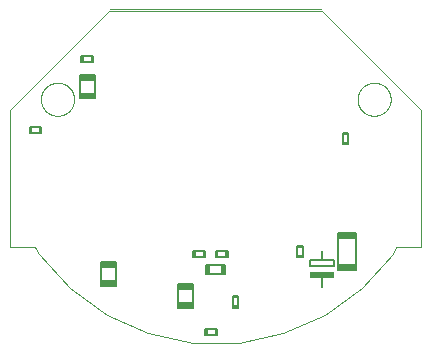
<source format=gto>
G75*
%MOIN*%
%OFA0B0*%
%FSLAX25Y25*%
%IPPOS*%
%LPD*%
%AMOC8*
5,1,8,0,0,1.08239X$1,22.5*
%
%ADD10C,0.00000*%
%ADD11C,0.00500*%
%ADD12R,0.01004X0.02067*%
%ADD13R,0.04921X0.01890*%
%ADD14R,0.01496X0.03150*%
%ADD15R,0.00984X0.01969*%
%ADD16R,0.01969X0.00984*%
%ADD17C,0.00600*%
%ADD18R,0.08000X0.02000*%
%ADD19R,0.06102X0.01969*%
D10*
X0037313Y0095543D02*
X0051223Y0089350D01*
X0066117Y0086184D01*
X0081344Y0086184D01*
X0096237Y0089350D01*
X0110148Y0095543D01*
X0122466Y0104493D01*
X0132655Y0115809D01*
X0133959Y0118069D01*
X0142234Y0118069D01*
X0142234Y0163738D01*
X0109163Y0196809D01*
X0038297Y0196809D01*
X0005226Y0163738D01*
X0005226Y0118069D01*
X0013501Y0118069D01*
X0014806Y0115809D01*
X0024994Y0104493D01*
X0037313Y0095543D01*
X0015462Y0167301D02*
X0015464Y0167449D01*
X0015470Y0167597D01*
X0015480Y0167745D01*
X0015494Y0167892D01*
X0015512Y0168039D01*
X0015533Y0168185D01*
X0015559Y0168331D01*
X0015589Y0168476D01*
X0015622Y0168620D01*
X0015660Y0168763D01*
X0015701Y0168905D01*
X0015746Y0169046D01*
X0015794Y0169186D01*
X0015847Y0169325D01*
X0015903Y0169462D01*
X0015963Y0169597D01*
X0016026Y0169731D01*
X0016093Y0169863D01*
X0016164Y0169993D01*
X0016238Y0170121D01*
X0016315Y0170247D01*
X0016396Y0170371D01*
X0016480Y0170493D01*
X0016567Y0170612D01*
X0016658Y0170729D01*
X0016752Y0170844D01*
X0016848Y0170956D01*
X0016948Y0171066D01*
X0017050Y0171172D01*
X0017156Y0171276D01*
X0017264Y0171377D01*
X0017375Y0171475D01*
X0017488Y0171571D01*
X0017604Y0171663D01*
X0017722Y0171752D01*
X0017843Y0171837D01*
X0017966Y0171920D01*
X0018091Y0171999D01*
X0018218Y0172075D01*
X0018347Y0172147D01*
X0018478Y0172216D01*
X0018611Y0172281D01*
X0018746Y0172342D01*
X0018882Y0172400D01*
X0019019Y0172455D01*
X0019158Y0172505D01*
X0019299Y0172552D01*
X0019440Y0172595D01*
X0019583Y0172635D01*
X0019727Y0172670D01*
X0019871Y0172702D01*
X0020017Y0172729D01*
X0020163Y0172753D01*
X0020310Y0172773D01*
X0020457Y0172789D01*
X0020604Y0172801D01*
X0020752Y0172809D01*
X0020900Y0172813D01*
X0021048Y0172813D01*
X0021196Y0172809D01*
X0021344Y0172801D01*
X0021491Y0172789D01*
X0021638Y0172773D01*
X0021785Y0172753D01*
X0021931Y0172729D01*
X0022077Y0172702D01*
X0022221Y0172670D01*
X0022365Y0172635D01*
X0022508Y0172595D01*
X0022649Y0172552D01*
X0022790Y0172505D01*
X0022929Y0172455D01*
X0023066Y0172400D01*
X0023202Y0172342D01*
X0023337Y0172281D01*
X0023470Y0172216D01*
X0023601Y0172147D01*
X0023730Y0172075D01*
X0023857Y0171999D01*
X0023982Y0171920D01*
X0024105Y0171837D01*
X0024226Y0171752D01*
X0024344Y0171663D01*
X0024460Y0171571D01*
X0024573Y0171475D01*
X0024684Y0171377D01*
X0024792Y0171276D01*
X0024898Y0171172D01*
X0025000Y0171066D01*
X0025100Y0170956D01*
X0025196Y0170844D01*
X0025290Y0170729D01*
X0025381Y0170612D01*
X0025468Y0170493D01*
X0025552Y0170371D01*
X0025633Y0170247D01*
X0025710Y0170121D01*
X0025784Y0169993D01*
X0025855Y0169863D01*
X0025922Y0169731D01*
X0025985Y0169597D01*
X0026045Y0169462D01*
X0026101Y0169325D01*
X0026154Y0169186D01*
X0026202Y0169046D01*
X0026247Y0168905D01*
X0026288Y0168763D01*
X0026326Y0168620D01*
X0026359Y0168476D01*
X0026389Y0168331D01*
X0026415Y0168185D01*
X0026436Y0168039D01*
X0026454Y0167892D01*
X0026468Y0167745D01*
X0026478Y0167597D01*
X0026484Y0167449D01*
X0026486Y0167301D01*
X0026484Y0167153D01*
X0026478Y0167005D01*
X0026468Y0166857D01*
X0026454Y0166710D01*
X0026436Y0166563D01*
X0026415Y0166417D01*
X0026389Y0166271D01*
X0026359Y0166126D01*
X0026326Y0165982D01*
X0026288Y0165839D01*
X0026247Y0165697D01*
X0026202Y0165556D01*
X0026154Y0165416D01*
X0026101Y0165277D01*
X0026045Y0165140D01*
X0025985Y0165005D01*
X0025922Y0164871D01*
X0025855Y0164739D01*
X0025784Y0164609D01*
X0025710Y0164481D01*
X0025633Y0164355D01*
X0025552Y0164231D01*
X0025468Y0164109D01*
X0025381Y0163990D01*
X0025290Y0163873D01*
X0025196Y0163758D01*
X0025100Y0163646D01*
X0025000Y0163536D01*
X0024898Y0163430D01*
X0024792Y0163326D01*
X0024684Y0163225D01*
X0024573Y0163127D01*
X0024460Y0163031D01*
X0024344Y0162939D01*
X0024226Y0162850D01*
X0024105Y0162765D01*
X0023982Y0162682D01*
X0023857Y0162603D01*
X0023730Y0162527D01*
X0023601Y0162455D01*
X0023470Y0162386D01*
X0023337Y0162321D01*
X0023202Y0162260D01*
X0023066Y0162202D01*
X0022929Y0162147D01*
X0022790Y0162097D01*
X0022649Y0162050D01*
X0022508Y0162007D01*
X0022365Y0161967D01*
X0022221Y0161932D01*
X0022077Y0161900D01*
X0021931Y0161873D01*
X0021785Y0161849D01*
X0021638Y0161829D01*
X0021491Y0161813D01*
X0021344Y0161801D01*
X0021196Y0161793D01*
X0021048Y0161789D01*
X0020900Y0161789D01*
X0020752Y0161793D01*
X0020604Y0161801D01*
X0020457Y0161813D01*
X0020310Y0161829D01*
X0020163Y0161849D01*
X0020017Y0161873D01*
X0019871Y0161900D01*
X0019727Y0161932D01*
X0019583Y0161967D01*
X0019440Y0162007D01*
X0019299Y0162050D01*
X0019158Y0162097D01*
X0019019Y0162147D01*
X0018882Y0162202D01*
X0018746Y0162260D01*
X0018611Y0162321D01*
X0018478Y0162386D01*
X0018347Y0162455D01*
X0018218Y0162527D01*
X0018091Y0162603D01*
X0017966Y0162682D01*
X0017843Y0162765D01*
X0017722Y0162850D01*
X0017604Y0162939D01*
X0017488Y0163031D01*
X0017375Y0163127D01*
X0017264Y0163225D01*
X0017156Y0163326D01*
X0017050Y0163430D01*
X0016948Y0163536D01*
X0016848Y0163646D01*
X0016752Y0163758D01*
X0016658Y0163873D01*
X0016567Y0163990D01*
X0016480Y0164109D01*
X0016396Y0164231D01*
X0016315Y0164355D01*
X0016238Y0164481D01*
X0016164Y0164609D01*
X0016093Y0164739D01*
X0016026Y0164871D01*
X0015963Y0165005D01*
X0015903Y0165140D01*
X0015847Y0165277D01*
X0015794Y0165416D01*
X0015746Y0165556D01*
X0015701Y0165697D01*
X0015660Y0165839D01*
X0015622Y0165982D01*
X0015589Y0166126D01*
X0015559Y0166271D01*
X0015533Y0166417D01*
X0015512Y0166563D01*
X0015494Y0166710D01*
X0015480Y0166857D01*
X0015470Y0167005D01*
X0015464Y0167153D01*
X0015462Y0167301D01*
X0038612Y0197518D02*
X0108691Y0197518D01*
X0120994Y0167301D02*
X0120996Y0167449D01*
X0121002Y0167597D01*
X0121012Y0167745D01*
X0121026Y0167892D01*
X0121044Y0168039D01*
X0121065Y0168185D01*
X0121091Y0168331D01*
X0121121Y0168476D01*
X0121154Y0168620D01*
X0121192Y0168763D01*
X0121233Y0168905D01*
X0121278Y0169046D01*
X0121326Y0169186D01*
X0121379Y0169325D01*
X0121435Y0169462D01*
X0121495Y0169597D01*
X0121558Y0169731D01*
X0121625Y0169863D01*
X0121696Y0169993D01*
X0121770Y0170121D01*
X0121847Y0170247D01*
X0121928Y0170371D01*
X0122012Y0170493D01*
X0122099Y0170612D01*
X0122190Y0170729D01*
X0122284Y0170844D01*
X0122380Y0170956D01*
X0122480Y0171066D01*
X0122582Y0171172D01*
X0122688Y0171276D01*
X0122796Y0171377D01*
X0122907Y0171475D01*
X0123020Y0171571D01*
X0123136Y0171663D01*
X0123254Y0171752D01*
X0123375Y0171837D01*
X0123498Y0171920D01*
X0123623Y0171999D01*
X0123750Y0172075D01*
X0123879Y0172147D01*
X0124010Y0172216D01*
X0124143Y0172281D01*
X0124278Y0172342D01*
X0124414Y0172400D01*
X0124551Y0172455D01*
X0124690Y0172505D01*
X0124831Y0172552D01*
X0124972Y0172595D01*
X0125115Y0172635D01*
X0125259Y0172670D01*
X0125403Y0172702D01*
X0125549Y0172729D01*
X0125695Y0172753D01*
X0125842Y0172773D01*
X0125989Y0172789D01*
X0126136Y0172801D01*
X0126284Y0172809D01*
X0126432Y0172813D01*
X0126580Y0172813D01*
X0126728Y0172809D01*
X0126876Y0172801D01*
X0127023Y0172789D01*
X0127170Y0172773D01*
X0127317Y0172753D01*
X0127463Y0172729D01*
X0127609Y0172702D01*
X0127753Y0172670D01*
X0127897Y0172635D01*
X0128040Y0172595D01*
X0128181Y0172552D01*
X0128322Y0172505D01*
X0128461Y0172455D01*
X0128598Y0172400D01*
X0128734Y0172342D01*
X0128869Y0172281D01*
X0129002Y0172216D01*
X0129133Y0172147D01*
X0129262Y0172075D01*
X0129389Y0171999D01*
X0129514Y0171920D01*
X0129637Y0171837D01*
X0129758Y0171752D01*
X0129876Y0171663D01*
X0129992Y0171571D01*
X0130105Y0171475D01*
X0130216Y0171377D01*
X0130324Y0171276D01*
X0130430Y0171172D01*
X0130532Y0171066D01*
X0130632Y0170956D01*
X0130728Y0170844D01*
X0130822Y0170729D01*
X0130913Y0170612D01*
X0131000Y0170493D01*
X0131084Y0170371D01*
X0131165Y0170247D01*
X0131242Y0170121D01*
X0131316Y0169993D01*
X0131387Y0169863D01*
X0131454Y0169731D01*
X0131517Y0169597D01*
X0131577Y0169462D01*
X0131633Y0169325D01*
X0131686Y0169186D01*
X0131734Y0169046D01*
X0131779Y0168905D01*
X0131820Y0168763D01*
X0131858Y0168620D01*
X0131891Y0168476D01*
X0131921Y0168331D01*
X0131947Y0168185D01*
X0131968Y0168039D01*
X0131986Y0167892D01*
X0132000Y0167745D01*
X0132010Y0167597D01*
X0132016Y0167449D01*
X0132018Y0167301D01*
X0132016Y0167153D01*
X0132010Y0167005D01*
X0132000Y0166857D01*
X0131986Y0166710D01*
X0131968Y0166563D01*
X0131947Y0166417D01*
X0131921Y0166271D01*
X0131891Y0166126D01*
X0131858Y0165982D01*
X0131820Y0165839D01*
X0131779Y0165697D01*
X0131734Y0165556D01*
X0131686Y0165416D01*
X0131633Y0165277D01*
X0131577Y0165140D01*
X0131517Y0165005D01*
X0131454Y0164871D01*
X0131387Y0164739D01*
X0131316Y0164609D01*
X0131242Y0164481D01*
X0131165Y0164355D01*
X0131084Y0164231D01*
X0131000Y0164109D01*
X0130913Y0163990D01*
X0130822Y0163873D01*
X0130728Y0163758D01*
X0130632Y0163646D01*
X0130532Y0163536D01*
X0130430Y0163430D01*
X0130324Y0163326D01*
X0130216Y0163225D01*
X0130105Y0163127D01*
X0129992Y0163031D01*
X0129876Y0162939D01*
X0129758Y0162850D01*
X0129637Y0162765D01*
X0129514Y0162682D01*
X0129389Y0162603D01*
X0129262Y0162527D01*
X0129133Y0162455D01*
X0129002Y0162386D01*
X0128869Y0162321D01*
X0128734Y0162260D01*
X0128598Y0162202D01*
X0128461Y0162147D01*
X0128322Y0162097D01*
X0128181Y0162050D01*
X0128040Y0162007D01*
X0127897Y0161967D01*
X0127753Y0161932D01*
X0127609Y0161900D01*
X0127463Y0161873D01*
X0127317Y0161849D01*
X0127170Y0161829D01*
X0127023Y0161813D01*
X0126876Y0161801D01*
X0126728Y0161793D01*
X0126580Y0161789D01*
X0126432Y0161789D01*
X0126284Y0161793D01*
X0126136Y0161801D01*
X0125989Y0161813D01*
X0125842Y0161829D01*
X0125695Y0161849D01*
X0125549Y0161873D01*
X0125403Y0161900D01*
X0125259Y0161932D01*
X0125115Y0161967D01*
X0124972Y0162007D01*
X0124831Y0162050D01*
X0124690Y0162097D01*
X0124551Y0162147D01*
X0124414Y0162202D01*
X0124278Y0162260D01*
X0124143Y0162321D01*
X0124010Y0162386D01*
X0123879Y0162455D01*
X0123750Y0162527D01*
X0123623Y0162603D01*
X0123498Y0162682D01*
X0123375Y0162765D01*
X0123254Y0162850D01*
X0123136Y0162939D01*
X0123020Y0163031D01*
X0122907Y0163127D01*
X0122796Y0163225D01*
X0122688Y0163326D01*
X0122582Y0163430D01*
X0122480Y0163536D01*
X0122380Y0163646D01*
X0122284Y0163758D01*
X0122190Y0163873D01*
X0122099Y0163990D01*
X0122012Y0164109D01*
X0121928Y0164231D01*
X0121847Y0164355D01*
X0121770Y0164481D01*
X0121696Y0164609D01*
X0121625Y0164739D01*
X0121558Y0164871D01*
X0121495Y0165005D01*
X0121435Y0165140D01*
X0121379Y0165277D01*
X0121326Y0165416D01*
X0121278Y0165556D01*
X0121233Y0165697D01*
X0121192Y0165839D01*
X0121154Y0165982D01*
X0121121Y0166126D01*
X0121091Y0166271D01*
X0121065Y0166417D01*
X0121044Y0166563D01*
X0121026Y0166710D01*
X0121012Y0166857D01*
X0121002Y0167005D01*
X0120996Y0167153D01*
X0120994Y0167301D01*
D11*
X0117943Y0156179D02*
X0115974Y0156179D01*
X0115974Y0152242D01*
X0117943Y0152242D01*
X0117943Y0156179D01*
X0120482Y0122646D02*
X0114380Y0122646D01*
X0114380Y0110343D01*
X0120482Y0110343D01*
X0120482Y0122646D01*
X0102766Y0118561D02*
X0102766Y0114624D01*
X0100797Y0114624D01*
X0100797Y0118561D01*
X0102766Y0118561D01*
X0081289Y0101770D02*
X0081289Y0097833D01*
X0079321Y0097833D01*
X0079321Y0101770D01*
X0081289Y0101770D01*
X0076762Y0108935D02*
X0070463Y0108935D01*
X0070463Y0112085D01*
X0076762Y0112085D01*
X0076762Y0108935D01*
X0077667Y0114624D02*
X0073730Y0114624D01*
X0073730Y0116593D01*
X0077667Y0116593D01*
X0077667Y0114624D01*
X0070187Y0114624D02*
X0066250Y0114624D01*
X0066250Y0116593D01*
X0070187Y0116593D01*
X0070187Y0114624D01*
X0065994Y0105707D02*
X0065994Y0097833D01*
X0061073Y0097833D01*
X0061073Y0105707D01*
X0065994Y0105707D01*
X0070236Y0090756D02*
X0074272Y0090756D01*
X0074272Y0088689D01*
X0070236Y0088689D01*
X0070236Y0090756D01*
X0040404Y0105077D02*
X0040404Y0112951D01*
X0035482Y0112951D01*
X0035482Y0105077D01*
X0040404Y0105077D01*
X0015620Y0156179D02*
X0011683Y0156179D01*
X0011683Y0158148D01*
X0015620Y0158148D01*
X0015620Y0156179D01*
X0028396Y0167597D02*
X0028396Y0175471D01*
X0033317Y0175471D01*
X0033317Y0167597D01*
X0028396Y0167597D01*
X0028917Y0179713D02*
X0032953Y0179713D01*
X0032953Y0181780D01*
X0028917Y0181780D01*
X0028917Y0179713D01*
D12*
X0029419Y0180746D03*
X0032451Y0180746D03*
X0070738Y0089723D03*
X0073770Y0089723D03*
D13*
X0063533Y0098778D03*
X0063533Y0104762D03*
X0037943Y0106022D03*
X0037943Y0112006D03*
X0030856Y0168541D03*
X0030856Y0174526D03*
D14*
X0071211Y0110510D03*
X0076014Y0110510D03*
D15*
X0077175Y0115608D03*
X0074222Y0115608D03*
X0069695Y0115608D03*
X0066742Y0115608D03*
X0015128Y0157163D03*
X0012175Y0157163D03*
D16*
X0080305Y0101278D03*
X0080305Y0098325D03*
X0101781Y0115116D03*
X0101781Y0118069D03*
X0116959Y0152734D03*
X0116959Y0155687D03*
D17*
X0109163Y0116884D02*
X0109163Y0113884D01*
X0113163Y0113884D01*
X0113163Y0111884D01*
X0105163Y0111884D01*
X0105163Y0113884D01*
X0109163Y0113884D01*
X0109163Y0108384D02*
X0109163Y0104884D01*
D18*
X0109163Y0108884D03*
D19*
X0117431Y0111327D03*
X0117431Y0121661D03*
M02*

</source>
